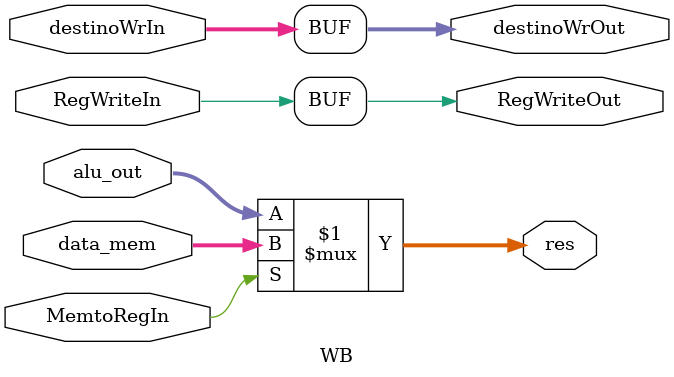
<source format=v>
module WB (RegWriteOut,destinoWrOut,res,data_mem,alu_out,destinoWrIn,RegWriteIn,MemtoRegIn);
  input [31:0] alu_out,data_mem;
  input RegWriteIn,MemtoRegIn;
  input [3:0] destinoWrIn;
  output RegWriteOut;
  output [31:0] res;
  output [3:0] destinoWrOut;
  
  
  assign RegWriteOut=RegWriteIn;
  assign destinoWrOut=destinoWrIn;
  assign res=MemtoRegIn?data_mem:alu_out;
  
endmodule

</source>
